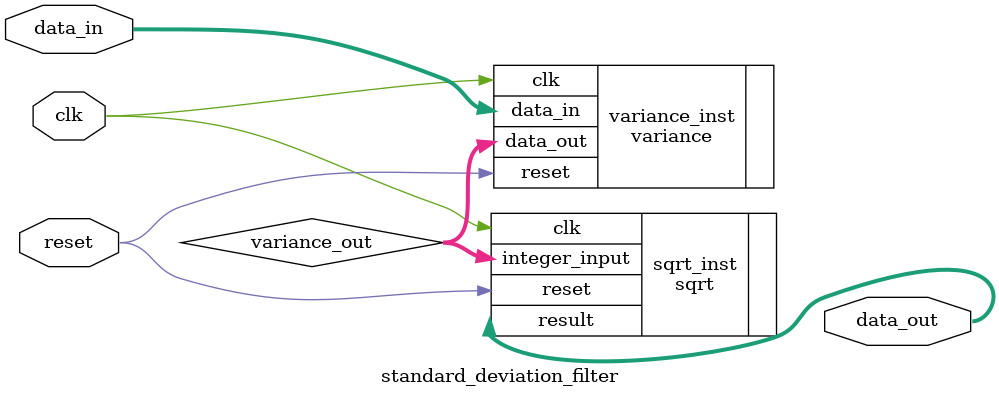
<source format=v>

module standard_deviation_filter 
	#(parameter WIDTH=14, parameter WINDOW_WIDTH=7)
	(
		input wire [WIDTH-1:0] data_in,
		output wire [WIDTH-1:0] data_out,

		input wire reset,
		input wire clk
		
	);

	wire [WIDTH*2-1:0] variance_out;

	variance #(.WIDTH(WIDTH), .WINDOW_WIDTH(WINDOW_WIDTH)) variance_inst (
		.data_in(data_in),
		.data_out(variance_out),
		.reset(reset),
		.clk(clk)
	);

	sqrt #(.INTEGER_INPUT_WIDTH(28)) sqrt_inst (
		.integer_input(variance_out),
		.result(data_out),
		.reset(reset),
		.clk(clk)
	);

endmodule
</source>
